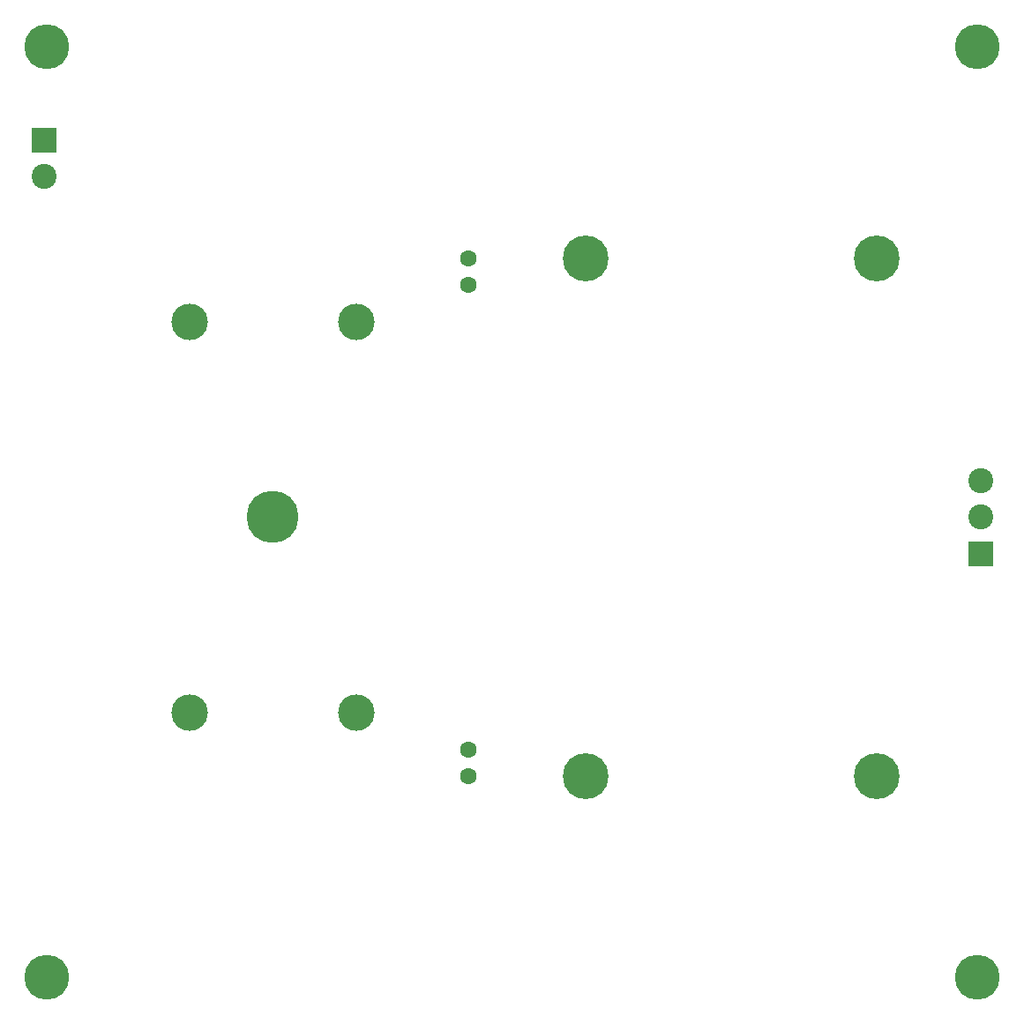
<source format=gts>
G04 #@! TF.GenerationSoftware,KiCad,Pcbnew,(5.1.10-1-10_14)*
G04 #@! TF.CreationDate,2021-09-10T00:01:11+12:00*
G04 #@! TF.ProjectId,filter,66696c74-6572-42e6-9b69-6361645f7063,rev?*
G04 #@! TF.SameCoordinates,Original*
G04 #@! TF.FileFunction,Soldermask,Top*
G04 #@! TF.FilePolarity,Negative*
%FSLAX46Y46*%
G04 Gerber Fmt 4.6, Leading zero omitted, Abs format (unit mm)*
G04 Created by KiCad (PCBNEW (5.1.10-1-10_14)) date 2021-09-10 00:01:11*
%MOMM*%
%LPD*%
G01*
G04 APERTURE LIST*
%ADD10C,4.300000*%
%ADD11C,5.000000*%
%ADD12C,3.500000*%
%ADD13C,1.600000*%
%ADD14C,2.400000*%
%ADD15R,2.400000X2.400000*%
%ADD16C,4.400000*%
G04 APERTURE END LIST*
D10*
X196197000Y-147096200D03*
X196197000Y-57739000D03*
X106890600Y-147096200D03*
X106890600Y-57739000D03*
D11*
X128574800Y-102933500D03*
D12*
X136574800Y-84183500D03*
X120574800Y-84183500D03*
X120574800Y-121683500D03*
X136574800Y-121683500D03*
D13*
X147320000Y-125262000D03*
X147320000Y-127762000D03*
X147370800Y-78105000D03*
X147370800Y-80605000D03*
D14*
X106603800Y-70225800D03*
D15*
X106603800Y-66725800D03*
D16*
X158597600Y-127762000D03*
X186537600Y-127762000D03*
X158597600Y-78105000D03*
X186537600Y-78105000D03*
D15*
X196545200Y-106433500D03*
D14*
X196545200Y-102933500D03*
X196545200Y-99433500D03*
M02*

</source>
